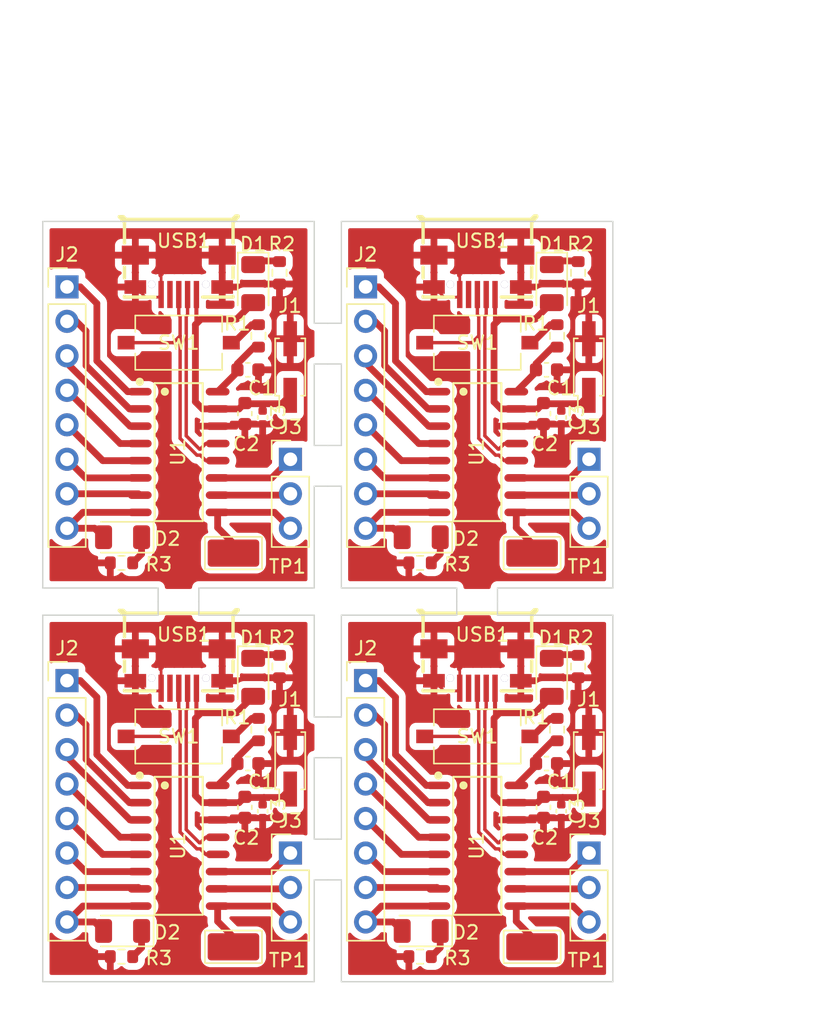
<source format=kicad_pcb>
(kicad_pcb (version 20241229) (generator "pcbnew") (generator_version "9.0")
  (layers (0 "F.Cu" signal) (2 "B.Cu" signal) (13 "F.Paste" user) (15 "B.Paste" user) (5 "F.SilkS" user "F.Silkscreen") (7 "B.SilkS" user "B.Silkscreen") (1 "F.Mask" user) (3 "B.Mask" user) (25 "Edge.Cuts" user))
  (net 0 "")
  (net 1 "Board_0-+3V3")
  (net 2 "Board_0-/1.1")
  (net 3 "Board_0-/3.0")
  (net 4 "Board_0-/3.2")
  (net 5 "Board_0-/3.4")
  (net 6 "Board_0-/D+")
  (net 7 "Board_0-/D-")
  (net 8 "Board_0-GND")
  (net 9 "Board_0-Net-(D1-K)")
  (net 10 "Board_0-Net-(D2-K)")
  (net 11 "Board_0-Net-(J2-Pin_1)")
  (net 12 "Board_0-Net-(J2-Pin_2)")
  (net 13 "Board_0-Net-(J2-Pin_3)")
  (net 14 "Board_0-Net-(J2-Pin_4)")
  (net 15 "Board_0-Net-(J2-Pin_5)")
  (net 16 "Board_0-Net-(J2-Pin_6)")
  (net 17 "Board_0-Net-(J2-Pin_7)")
  (net 18 "Board_0-Net-(SW1-B)")
  (net 19 "Board_0-VCC")
  (net 20 "Board_0-unconnected-(USB1-ID-Pad4)")
  (net 21 "Board_1-+3V3")
  (net 22 "Board_1-/1.1")
  (net 23 "Board_1-/3.0")
  (net 24 "Board_1-/3.2")
  (net 25 "Board_1-/3.4")
  (net 26 "Board_1-/D+")
  (net 27 "Board_1-/D-")
  (net 28 "Board_1-GND")
  (net 29 "Board_1-Net-(D1-K)")
  (net 30 "Board_1-Net-(D2-K)")
  (net 31 "Board_1-Net-(J2-Pin_1)")
  (net 32 "Board_1-Net-(J2-Pin_2)")
  (net 33 "Board_1-Net-(J2-Pin_3)")
  (net 34 "Board_1-Net-(J2-Pin_4)")
  (net 35 "Board_1-Net-(J2-Pin_5)")
  (net 36 "Board_1-Net-(J2-Pin_6)")
  (net 37 "Board_1-Net-(J2-Pin_7)")
  (net 38 "Board_1-Net-(SW1-B)")
  (net 39 "Board_1-VCC")
  (net 40 "Board_1-unconnected-(USB1-ID-Pad4)")
  (net 41 "Board_2-+3V3")
  (net 42 "Board_2-/1.1")
  (net 43 "Board_2-/3.0")
  (net 44 "Board_2-/3.2")
  (net 45 "Board_2-/3.4")
  (net 46 "Board_2-/D+")
  (net 47 "Board_2-/D-")
  (net 48 "Board_2-GND")
  (net 49 "Board_2-Net-(D1-K)")
  (net 50 "Board_2-Net-(D2-K)")
  (net 51 "Board_2-Net-(J2-Pin_1)")
  (net 52 "Board_2-Net-(J2-Pin_2)")
  (net 53 "Board_2-Net-(J2-Pin_3)")
  (net 54 "Board_2-Net-(J2-Pin_4)")
  (net 55 "Board_2-Net-(J2-Pin_5)")
  (net 56 "Board_2-Net-(J2-Pin_6)")
  (net 57 "Board_2-Net-(J2-Pin_7)")
  (net 58 "Board_2-Net-(SW1-B)")
  (net 59 "Board_2-VCC")
  (net 60 "Board_2-unconnected-(USB1-ID-Pad4)")
  (net 61 "Board_3-+3V3")
  (net 62 "Board_3-/1.1")
  (net 63 "Board_3-/3.0")
  (net 64 "Board_3-/3.2")
  (net 65 "Board_3-/3.4")
  (net 66 "Board_3-/D+")
  (net 67 "Board_3-/D-")
  (net 68 "Board_3-GND")
  (net 69 "Board_3-Net-(D1-K)")
  (net 70 "Board_3-Net-(D2-K)")
  (net 71 "Board_3-Net-(J2-Pin_1)")
  (net 72 "Board_3-Net-(J2-Pin_2)")
  (net 73 "Board_3-Net-(J2-Pin_3)")
  (net 74 "Board_3-Net-(J2-Pin_4)")
  (net 75 "Board_3-Net-(J2-Pin_5)")
  (net 76 "Board_3-Net-(J2-Pin_6)")
  (net 77 "Board_3-Net-(J2-Pin_7)")
  (net 78 "Board_3-Net-(SW1-B)")
  (net 79 "Board_3-VCC")
  (net 80 "Board_3-unconnected-(USB1-ID-Pad4)")
  (footprint "Resistor_SMD:R_0603_1608Metric" (layer "F.Cu") (at 150.135 93.975 90)
    (property "Reference" "R1")
    (property "Value" "10k")
  )
  (footprint "Button_Switch_SMD:SW_Tactile_SPST_NO_Straight_CK_PTS636Sx25SMTRLFS" (layer "F.Cu") (at 144.26 94.475)
    (property "Reference" "SW1")
    (property "Value" "SW_SPST")
  )
  (footprint "Connector_PinHeader_2.00mm:PinHeader_2x01_P2.00mm_Vertical_SMD" (layer "F.Cu") (at 152.475 96.27 90)
    (property "Reference" "J1")
    (property "Value" "Conn_01x02_Pin")
  )
  (footprint "TestPoint:TestPoint_Keystone_5019_Miniature" (layer "F.Cu") (at 170.295 80.975)
    (property "Reference" "TP1")
    (property "Value" "TestPoint")
  )
  (footprint "Capacitor_SMD:C_0603_1608Metric" (layer "F.Cu") (at 149.135 99.7 -90)
    (property "Reference" "C2")
    (property "Value" "100n")
  )
  (footprint "Connector_PinHeader_2.54mm:PinHeader_1x03_P2.54mm_Vertical" (layer "F.Cu") (at 152.49 74.065)
    (property "Reference" "J3")
    (property "Value" "Conn_01x03_Pin")
  )
  (footprint "mylib:SOP-16_L10.0-W3.9-P1.27-LS6.0-BL" (layer "F.Cu") (at 144.26 102.535 -90)
    (property "Reference" "U1")
    (property "Value" "CH552G")
  )
  (footprint "LED_SMD:LED_1206_3216Metric" (layer "F.Cu") (at 140.125 79.805 180)
    (property "Reference" "D2")
    (property "Value" "LED")
  )
  (footprint "Connector_PinHeader_2.54mm:PinHeader_1x08_P2.54mm_Vertical" (layer "F.Cu") (at 136.03 90.365)
    (property "Reference" "J2")
    (property "Value" "left")
  )
  (footprint "Resistor_SMD:R_0603_1608Metric" (layer "F.Cu") (at 140.045 110.695 180)
    (property "Reference" "R3")
    (property "Value" "1k")
  )
  (footprint "Resistor_SMD:R_0603_1608Metric" (layer "F.Cu") (at 140.045 81.695 180)
    (property "Reference" "R3")
    (property "Value" "1k")
  )
  (footprint "LED_SMD:LED_1206_3216Metric" (layer "F.Cu") (at 149.745 61.125 -90)
    (property "Reference" "D1")
    (property "Value" "LED")
  )
  (footprint "Resistor_SMD:R_0603_1608Metric" (layer "F.Cu") (at 173.685 60.33 -90)
    (property "Reference" "R2")
    (property "Value" "1k")
  )
  (footprint "Connector_PinHeader_2.54mm:PinHeader_1x03_P2.54mm_Vertical" (layer "F.Cu") (at 174.49 74.065)
    (property "Reference" "J3")
    (property "Value" "Conn_01x03_Pin")
  )
  (footprint "Button_Switch_SMD:SW_Tactile_SPST_NO_Straight_CK_PTS636Sx25SMTRLFS" (layer "F.Cu") (at 166.26 94.475)
    (property "Reference" "SW1")
    (property "Value" "SW_SPST")
  )
  (footprint "LED_SMD:LED_1206_3216Metric" (layer "F.Cu") (at 162.125 108.805 180)
    (property "Reference" "D2")
    (property "Value" "LED")
  )
  (footprint "TestPoint:TestPoint_Keystone_5019_Miniature" (layer "F.Cu") (at 170.295 109.975)
    (property "Reference" "TP1")
    (property "Value" "TestPoint")
  )
  (footprint "Capacitor_SMD:C_0603_1608Metric" (layer "F.Cu") (at 149.135 70.7 -90)
    (property "Reference" "C2")
    (property "Value" "100n")
  )
  (footprint "Button_Switch_SMD:SW_Tactile_SPST_NO_Straight_CK_PTS636Sx25SMTRLFS" (layer "F.Cu") (at 166.26 65.475)
    (property "Reference" "SW1")
    (property "Value" "SW_SPST")
  )
  (footprint "Resistor_SMD:R_0603_1608Metric" (layer "F.Cu") (at 172.135 93.975 90)
    (property "Reference" "R1")
    (property "Value" "10k")
  )
  (footprint "mylib:MICRO-USB-SMD_MICROQTJ-5P" (layer "F.Cu") (at 166.265 89.4775 180)
    (property "Reference" "USB1")
    (property "Value" "MICROQTJ")
  )
  (footprint "Capacitor_SMD:C_0603_1608Metric" (layer "F.Cu") (at 149.36 96.475)
    (property "Reference" "C1")
    (property "Value" "100n")
  )
  (footprint "Resistor_SMD:R_0603_1608Metric" (layer "F.Cu") (at 162.045 81.695 180)
    (property "Reference" "R3")
    (property "Value" "1k")
  )
  (footprint "LED_SMD:LED_1206_3216Metric" (layer "F.Cu") (at 171.745 61.125 -90)
    (property "Reference" "D1")
    (property "Value" "LED")
  )
  (footprint "Capacitor_SMD:C_0402_1005Metric" (layer "F.Cu") (at 172.445 70.985 -90)
    (property "Reference" "C3")
    (property "Value" "100n")
  )
  (footprint "Resistor_SMD:R_0603_1608Metric" (layer "F.Cu") (at 173.685 89.33 -90)
    (property "Reference" "R2")
    (property "Value" "1k")
  )
  (footprint "mylib:SOP-16_L10.0-W3.9-P1.27-LS6.0-BL" (layer "F.Cu") (at 166.26 73.535 -90)
    (property "Reference" "U1")
    (property "Value" "CH552G")
  )
  (footprint "mylib:SOP-16_L10.0-W3.9-P1.27-LS6.0-BL" (layer "F.Cu") (at 166.26 102.535 -90)
    (property "Reference" "U1")
    (property "Value" "CH552G")
  )
  (footprint "Capacitor_SMD:C_0402_1005Metric" (layer "F.Cu") (at 172.445 99.985 -90)
    (property "Reference" "C3")
    (property "Value" "100n")
  )
  (footprint "Resistor_SMD:R_0603_1608Metric" (layer "F.Cu") (at 150.135 64.975 90)
    (property "Reference" "R1")
    (property "Value" "10k")
  )
  (footprint "LED_SMD:LED_1206_3216Metric" (layer "F.Cu") (at 162.125 79.805 180)
    (property "Reference" "D2")
    (property "Value" "LED")
  )
  (footprint "mylib:MICRO-USB-SMD_MICROQTJ-5P" (layer "F.Cu") (at 166.265 60.4775 180)
    (property "Reference" "USB1")
    (property "Value" "MICROQTJ")
  )
  (footprint "Resistor_SMD:R_0603_1608Metric" (layer "F.Cu") (at 172.135 64.975 90)
    (property "Reference" "R1")
    (property "Value" "10k")
  )
  (footprint "Capacitor_SMD:C_0402_1005Metric" (layer "F.Cu") (at 150.445 70.985 -90)
    (property "Reference" "C3")
    (property "Value" "100n")
  )
  (footprint "TestPoint:TestPoint_Keystone_5019_Miniature" (layer "F.Cu") (at 148.295 109.975)
    (property "Reference" "TP1")
    (property "Value" "TestPoint")
  )
  (footprint "Resistor_SMD:R_0603_1608Metric" (layer "F.Cu") (at 151.685 60.33 -90)
    (property "Reference" "R2")
    (property "Value" "1k")
  )
  (footprint "Capacitor_SMD:C_0603_1608Metric" (layer "F.Cu") (at 149.36 67.475)
    (property "Reference" "C1")
    (property "Value" "100n")
  )
  (footprint "Connector_PinHeader_2.54mm:PinHeader_1x03_P2.54mm_Vertical" (layer "F.Cu") (at 174.49 103.065)
    (property "Reference" "J3")
    (property "Value" "Conn_01x03_Pin")
  )
  (footprint "LED_SMD:LED_1206_3216Metric" (layer "F.Cu") (at 171.745 90.125 -90)
    (property "Reference" "D1")
    (property "Value" "LED")
  )
  (footprint "mylib:MICRO-USB-SMD_MICROQTJ-5P" (layer "F.Cu") (at 144.265 60.4775 180)
    (property "Reference" "USB1")
    (property "Value" "MICROQTJ")
  )
  (footprint "mylib:SOP-16_L10.0-W3.9-P1.27-LS6.0-BL" (layer "F.Cu") (at 144.26 73.535 -90)
    (property "Reference" "U1")
    (property "Value" "CH552G")
  )
  (footprint "Connector_PinHeader_2.00mm:PinHeader_2x01_P2.00mm_Vertical_SMD" (layer "F.Cu") (at 152.475 67.27 90)
    (property "Reference" "J1")
    (property "Value" "Conn_01x02_Pin")
  )
  (footprint "Capacitor_SMD:C_0603_1608Metric" (layer "F.Cu") (at 171.135 99.7 -90)
    (property "Reference" "C2")
    (property "Value" "100n")
  )
  (footprint "Capacitor_SMD:C_0603_1608Metric" (layer "F.Cu") (at 171.135 70.7 -90)
    (property "Reference" "C2")
    (property "Value" "100n")
  )
  (footprint "Connector_PinHeader_2.54mm:PinHeader_1x08_P2.54mm_Vertical" (layer "F.Cu") (at 136.03 61.365)
    (property "Reference" "J2")
    (property "Value" "left")
  )
  (footprint "TestPoint:TestPoint_Keystone_5019_Miniature" (layer "F.Cu") (at 148.295 80.975)
    (property "Reference" "TP1")
    (property "Value" "TestPoint")
  )
  (footprint "Resistor_SMD:R_0603_1608Metric" (layer "F.Cu") (at 151.685 89.33 -90)
    (property "Reference" "R2")
    (property "Value" "1k")
  )
  (footprint "Connector_PinHeader_2.54mm:PinHeader_1x03_P2.54mm_Vertical" (layer "F.Cu") (at 152.49 103.065)
    (property "Reference" "J3")
    (property "Value" "Conn_01x03_Pin")
  )
  (footprint "Connector_PinHeader_2.00mm:PinHeader_2x01_P2.00mm_Vertical_SMD" (layer "F.Cu") (at 174.475 67.27 90)
    (property "Reference" "J1")
    (property "Value" "Conn_01x02_Pin")
  )
  (footprint "Capacitor_SMD:C_0402_1005Metric" (layer "F.Cu") (at 150.445 99.985 -90)
    (property "Reference" "C3")
    (property "Value" "100n")
  )
  (footprint "Connector_PinHeader_2.54mm:PinHeader_1x08_P2.54mm_Vertical" (layer "F.Cu") (at 158.03 61.365)
    (property "Reference" "J2")
    (property "Value" "left")
  )
  (footprint "Button_Switch_SMD:SW_Tactile_SPST_NO_Straight_CK_PTS636Sx25SMTRLFS" (layer "F.Cu") (at 144.26 65.475)
    (property "Reference" "SW1")
    (property "Value" "SW_SPST")
  )
  (footprint "Connector_PinHeader_2.54mm:PinHeader_1x08_P2.54mm_Vertical" (layer "F.Cu") (at 158.03 90.365)
    (property "Reference" "J2")
    (property "Value" "left")
  )
  (footprint "LED_SMD:LED_1206_3216Metric" (layer "F.Cu") (at 149.745 90.125 -90)
    (property "Reference" "D1")
    (property "Value" "LED")
  )
  (footprint "LED_SMD:LED_1206_3216Metric" (layer "F.Cu") (at 140.125 108.805 180)
    (property "Reference" "D2")
    (property "Value" "LED")
  )
  (footprint "Connector_PinHeader_2.00mm:PinHeader_2x01_P2.00mm_Vertical_SMD" (layer "F.Cu") (at 174.475 96.27 90)
    (property "Reference" "J1")
    (property "Value" "Conn_01x02_Pin")
  )
  (footprint "Capacitor_SMD:C_0603_1608Metric" (layer "F.Cu") (at 171.36 96.475)
    (property "Reference" "C1")
    (property "Value" "100n")
  )
  (footprint "mylib:MICRO-USB-SMD_MICROQTJ-5P" (layer "F.Cu") (at 144.265 89.4775 180)
    (property "Reference" "USB1")
    (property "Value" "MICROQTJ")
  )
  (footprint "Resistor_SMD:R_0603_1608Metric" (layer "F.Cu") (at 162.045 110.695 180)
    (property "Reference" "R3")
    (property "Value" "1k")
  )
  (footprint "Capacitor_SMD:C_0603_1608Metric" (layer "F.Cu") (at 171.36 67.475)
    (property "Reference" "C1")
    (property "Value" "100n")
  )
  (gr_line (start 156.245 76.045) (end 156.245 83.545) (stroke (width 0.1)) (layer "Edge.Cuts"))
  (gr_line (start 134.245 85.545) (end 134.245 112.545) (stroke (width 0.1)) (layer "Edge.Cuts"))
  (gr_line (start 156.245 64.045) (end 155.246 64.045) (stroke (width 0.1)) (layer "Edge.Cuts"))
  (gr_line (start 155.244 105.045) (end 155.246 105.045) (stroke (width 0.1)) (layer "Edge.Cuts"))
  (gr_line (start 145.745 84.5445) (end 145.745 83.545) (stroke (width 0.1)) (layer "Edge.Cuts"))
  (gr_line (start 156.245 56.545) (end 156.245 64.045) (stroke (width 0.1)) (layer "Edge.Cuts"))
  (gr_line (start 155.244 64.045) (end 154.245 64.045) (stroke (width 0.1)) (layer "Edge.Cuts"))
  (gr_line (start 156.245 112.545) (end 176.245 112.545) (stroke (width 0.1)) (layer "Edge.Cuts"))
  (gr_line (start 154.245 112.545) (end 154.245 105.045) (stroke (width 0.1)) (layer "Edge.Cuts"))
  (gr_line (start 145.745 83.545) (end 154.245 83.545) (stroke (width 0.1)) (layer "Edge.Cuts"))
  (gr_line (start 164.745 85.545) (end 156.245 85.545) (stroke (width 0.1)) (layer "Edge.Cuts"))
  (gr_line (start 176.245 112.545) (end 176.245 85.545) (stroke (width 0.1)) (layer "Edge.Cuts"))
  (gr_line (start 154.245 64.045) (end 154.245 56.545) (stroke (width 0.1)) (layer "Edge.Cuts"))
  (gr_line (start 155.246 73.045) (end 155.244 73.045) (stroke (width 0.1)) (layer "Edge.Cuts"))
  (gr_line (start 156.245 96.045) (end 156.245 102.045) (stroke (width 0.1)) (layer "Edge.Cuts"))
  (gr_line (start 154.245 83.545) (end 154.245 76.045) (stroke (width 0.1)) (layer "Edge.Cuts"))
  (gr_line (start 156.245 93.045) (end 155.246 93.045) (stroke (width 0.1)) (layer "Edge.Cuts"))
  (gr_line (start 154.245 85.545) (end 145.745 85.545) (stroke (width 0.1)) (layer "Edge.Cuts"))
  (gr_line (start 155.244 102.045) (end 154.245 102.045) (stroke (width 0.1)) (layer "Edge.Cuts"))
  (gr_line (start 156.245 105.045) (end 156.245 112.545) (stroke (width 0.1)) (layer "Edge.Cuts"))
  (gr_line (start 155.246 102.045) (end 155.244 102.045) (stroke (width 0.1)) (layer "Edge.Cuts"))
  (gr_line (start 156.245 73.045) (end 155.246 73.045) (stroke (width 0.1)) (layer "Edge.Cuts"))
  (gr_line (start 167.745 84.5465) (end 167.745 84.5445) (stroke (width 0.1)) (layer "Edge.Cuts"))
  (gr_line (start 154.245 93.045) (end 154.245 85.545) (stroke (width 0.1)) (layer "Edge.Cuts"))
  (gr_line (start 155.244 67.045) (end 155.246 67.045) (stroke (width 0.1)) (layer "Edge.Cuts"))
  (gr_line (start 167.745 85.545) (end 167.745 84.5465) (stroke (width 0.1)) (layer "Edge.Cuts"))
  (gr_line (start 155.246 93.045) (end 155.244 93.045) (stroke (width 0.1)) (layer "Edge.Cuts"))
  (gr_line (start 134.245 83.545) (end 142.745 83.545) (stroke (width 0.1)) (layer "Edge.Cuts"))
  (gr_line (start 155.246 105.045) (end 156.245 105.045) (stroke (width 0.1)) (layer "Edge.Cuts"))
  (gr_line (start 164.745 84.5465) (end 164.745 85.545) (stroke (width 0.1)) (layer "Edge.Cuts"))
  (gr_line (start 167.745 84.5445) (end 167.745 83.545) (stroke (width 0.1)) (layer "Edge.Cuts"))
  (gr_line (start 142.745 83.545) (end 142.745 84.5445) (stroke (width 0.1)) (layer "Edge.Cuts"))
  (gr_line (start 154.245 105.045) (end 155.244 105.045) (stroke (width 0.1)) (layer "Edge.Cuts"))
  (gr_line (start 176.245 56.545) (end 156.245 56.545) (stroke (width 0.1)) (layer "Edge.Cuts"))
  (gr_line (start 164.745 83.545) (end 164.745 84.5445) (stroke (width 0.1)) (layer "Edge.Cuts"))
  (gr_line (start 167.745 83.545) (end 176.245 83.545) (stroke (width 0.1)) (layer "Edge.Cuts"))
  (gr_line (start 154.245 67.045) (end 155.244 67.045) (stroke (width 0.1)) (layer "Edge.Cuts"))
  (gr_line (start 154.245 56.545) (end 134.245 56.545) (stroke (width 0.1)) (layer "Edge.Cuts"))
  (gr_line (start 176.245 83.545) (end 176.245 56.545) (stroke (width 0.1)) (layer "Edge.Cuts"))
  (gr_line (start 154.245 96.045) (end 155.244 96.045) (stroke (width 0.1)) (layer "Edge.Cuts"))
  (gr_line (start 155.244 73.045) (end 154.245 73.045) (stroke (width 0.1)) (layer "Edge.Cuts"))
  (gr_line (start 134.245 112.545) (end 154.245 112.545) (stroke (width 0.1)) (layer "Edge.Cuts"))
  (gr_line (start 134.245 56.545) (end 134.245 83.545) (stroke (width 0.1)) (layer "Edge.Cuts"))
  (gr_line (start 156.245 102.045) (end 155.246 102.045) (stroke (width 0.1)) (layer "Edge.Cuts"))
  (gr_line (start 155.244 96.045) (end 155.246 96.045) (stroke (width 0.1)) (layer "Edge.Cuts"))
  (gr_line (start 145.745 85.545) (end 145.745 84.5465) (stroke (width 0.1)) (layer "Edge.Cuts"))
  (gr_line (start 164.745 84.5445) (end 164.745 84.5465) (stroke (width 0.1)) (layer "Edge.Cuts"))
  (gr_line (start 154.245 102.045) (end 154.245 96.045) (stroke (width 0.1)) (layer "Edge.Cuts"))
  (gr_line (start 155.246 76.045) (end 156.245 76.045) (stroke (width 0.1)) (layer "Edge.Cuts"))
  (gr_line (start 155.244 93.045) (end 154.245 93.045) (stroke (width 0.1)) (layer "Edge.Cuts"))
  (gr_line (start 156.245 67.045) (end 156.245 73.045) (stroke (width 0.1)) (layer "Edge.Cuts"))
  (gr_line (start 155.246 96.045) (end 156.245 96.045) (stroke (width 0.1)) (layer "Edge.Cuts"))
  (gr_line (start 145.745 84.5465) (end 145.745 84.5445) (stroke (width 0.1)) (layer "Edge.Cuts"))
  (gr_line (start 156.245 83.545) (end 164.745 83.545) (stroke (width 0.1)) (layer "Edge.Cuts"))
  (gr_line (start 156.245 85.545) (end 156.245 93.045) (stroke (width 0.1)) (layer "Edge.Cuts"))
  (gr_line (start 142.745 84.5445) (end 142.745 84.5465) (stroke (width 0.1)) (layer "Edge.Cuts"))
  (gr_line (start 155.244 76.045) (end 155.246 76.045) (stroke (width 0.1)) (layer "Edge.Cuts"))
  (gr_line (start 176.245 85.545) (end 167.745 85.545) (stroke (width 0.1)) (layer "Edge.Cuts"))
  (gr_line (start 155.246 64.045) (end 155.244 64.045) (stroke (width 0.1)) (layer "Edge.Cuts"))
  (gr_line (start 142.745 85.545) (end 134.245 85.545) (stroke (width 0.1)) (layer "Edge.Cuts"))
  (gr_line (start 154.245 73.045) (end 154.245 67.045) (stroke (width 0.1)) (layer "Edge.Cuts"))
  (gr_line (start 154.245 76.045) (end 155.244 76.045) (stroke (width 0.1)) (layer "Edge.Cuts"))
  (gr_line (start 142.745 84.5465) (end 142.745 85.545) (stroke (width 0.1)) (layer "Edge.Cuts"))
  (gr_line (start 155.246 67.045) (end 156.245 67.045) (stroke (width 0.1)) (layer "Edge.Cuts"))
  (segment (start 148.585 67.63) (end 148.585 67.475) (width 0.5) (layer "F.Cu") (net 1))
  (segment (start 148.585 67.025) (end 148.585 67.475) (width 0.5) (layer "F.Cu") (net 1))
  (segment (start 150.135 65.8) (end 149.81 65.8) (width 0.5) (layer "F.Cu") (net 1))
  (segment (start 149.81 65.8) (end 148.585 67.025) (width 0.5) (layer "F.Cu") (net 1))
  (segment (start 147.13 69.085) (end 148.585 67.63) (width 0.5) (layer "F.Cu") (net 1))
  (segment (start 148.295 80.975) (end 148.295 80.265) (width 0.5) (layer "F.Cu") (net 2))
  (segment (start 147.13 79.1) (end 147.13 77.975) (width 0.5) (layer "F.Cu") (net 2))
  (segment (start 147.13 77.975) (end 151.32 77.975) (width 0.5) (layer "F.Cu") (net 2))
  (segment (start 148.295 80.265) (end 147.13 79.1) (width 0.5) (layer "F.Cu") (net 2))
  (segment (start 151.32 77.975) (end 152.49 79.145) (width 0.5) (layer "F.Cu") (net 2))
  (segment (start 137.2 77.975) (end 141.39 77.975) (width 0.5) (layer "F.Cu") (net 3))
  (segment (start 136.03 79.145) (end 137.2 77.975) (width 0.5) (layer "F.Cu") (net 3))
  (segment (start 138.065 79.145) (end 138.725 79.805) (width 0.5) (layer "F.Cu") (net 3))
  (segment (start 136.03 79.145) (end 138.065 79.145) (width 0.5) (layer "F.Cu") (net 3))
  (segment (start 152.39 76.705) (end 152.49 76.605) (width 0.5) (layer "F.Cu") (net 4))
  (segment (start 147.13 76.705) (end 152.39 76.705) (width 0.5) (layer "F.Cu") (net 4))
  (segment (start 151.12 75.435) (end 152.49 74.065) (width 0.5) (layer "F.Cu") (net 5))
  (segment (start 147.13 75.435) (end 151.12 75.435) (width 0.5) (layer "F.Cu") (net 5))
  (segment (start 144.265 63.427501) (end 144.265 61.9275) (width 0.25) (layer "F.Cu") (net 6))
  (segment (start 145.601802 73.76) (end 144.365 72.523198) (width 0.25) (layer "F.Cu") (net 6))
  (segment (start 147.13 74.165) (end 146.255 74.165) (width 0.25) (layer "F.Cu") (net 6))
  (segment (start 143.865 65.475) (end 144.365 64.975) (width 0.25) (layer "F.Cu") (net 6))
  (segment (start 145.85 73.76) (end 145.601802 73.76) (width 0.25) (layer "F.Cu") (net 6))
  (segment (start 140.385 65.475) (end 143.865 65.475) (width 0.25) (layer "F.Cu") (net 6))
  (segment (start 146.255 74.165) (end 145.85 73.76) (width 0.25) (layer "F.Cu") (net 6))
  (segment (start 144.365 72.523198) (end 144.365 64.975) (width 0.25) (layer "F.Cu") (net 6))
  (segment (start 144.365 63.527501) (end 144.265 63.427501) (width 0.25) (layer "F.Cu") (net 6))
  (segment (start 144.365 64.975) (end 144.365 63.527501) (width 0.25) (layer "F.Cu") (net 6))
  (segment (start 144.915 63.427501) (end 144.915 61.9275) (width 0.25) (layer "F.Cu") (net 7))
  (segment (start 145.788198 73.31) (end 144.815 72.336802) (width 0.25) (layer "F.Cu") (net 7))
  (segment (start 146.255 72.905) (end 145.85 73.31) (width 0.25) (layer "F.Cu") (net 7))
  (segment (start 147.13 72.905) (end 146.255 72.905) (width 0.25) (layer "F.Cu") (net 7))
  (segment (start 145.85 73.31) (end 145.788198 73.31) (width 0.25) (layer "F.Cu") (net 7))
  (segment (start 144.815 72.336802) (end 144.815 63.527501) (width 0.25) (layer "F.Cu") (net 7))
  (segment (start 144.815 63.527501) (end 144.915 63.427501) (width 0.25) (layer "F.Cu") (net 7))
  (segment (start 141.8125 62.125) (end 141.065 61.3775) (width 0.2) (layer "F.Cu") (net 8))
  (segment (start 142.3975 59.0275) (end 141.065 59.0275) (width 0.2) (layer "F.Cu") (net 8))
  (segment (start 142.965 61.9275) (end 142.7675 62.125) (width 0.2) (layer "F.Cu") (net 8))
  (segment (start 142.7675 62.125) (end 141.8125 62.125) (width 0.2) (layer "F.Cu") (net 8))
  (segment (start 142.965 61.9275) (end 142.965 59.595) (width 0.2) (layer "F.Cu") (net 8))
  (segment (start 142.965 59.595) (end 142.3975 59.0275) (width 0.2) (layer "F.Cu") (net 8))
  (segment (start 149.745 59.725) (end 150.015 59.455) (width 0.5) (layer "F.Cu") (net 9))
  (segment (start 150.015 59.455) (end 151.575 59.455) (width 0.5) (layer "F.Cu") (net 9))
  (segment (start 151.575 59.455) (end 151.625 59.405) (width 0.5) (layer "F.Cu") (net 9))
  (segment (start 141.525 81.04) (end 140.87 81.695) (width 0.5) (layer "F.Cu") (net 10))
  (segment (start 141.525 79.805) (end 141.525 81.04) (width 0.5) (layer "F.Cu") (net 10))
  (segment (start 140.505 69.085) (end 138.232 66.812) (width 0.5) (layer "F.Cu") (net 11))
  (segment (start 141.39 69.085) (end 140.505 69.085) (width 0.5) (layer "F.Cu") (net 11))
  (segment (start 137.007376 61.365) (end 136.03 61.365) (width 0.5) (layer "F.Cu") (net 11))
  (segment (start 138.232 66.812) (end 138.232 62.589624) (width 0.5) (layer "F.Cu") (net 11))
  (segment (start 138.232 62.589624) (end 137.007376 61.365) (width 0.5) (layer "F.Cu") (net 11))
  (segment (start 141.39 70.355) (end 140.632843 70.355) (width 0.5) (layer "F.Cu") (net 12))
  (segment (start 136.715 63.905) (end 136.03 63.905) (width 0.5) (layer "F.Cu") (net 12))
  (segment (start 137.431 67.153157) (end 137.431 64.621) (width 0.5) (layer "F.Cu") (net 12))
  (segment (start 137.431 64.621) (end 136.715 63.905) (width 0.5) (layer "F.Cu") (net 12))
  (segment (start 140.632843 70.355) (end 137.431 67.153157) (width 0.5) (layer "F.Cu") (net 12))
  (segment (start 140.675 71.625) (end 136.03 66.98) (width 0.5) (layer "F.Cu") (net 13))
  (segment (start 141.39 71.625) (end 140.675 71.625) (width 0.5) (layer "F.Cu") (net 13))
  (segment (start 136.03 66.98) (end 136.03 66.445) (width 0.5) (layer "F.Cu") (net 13))
  (segment (start 139.95 72.905) (end 136.03 68.985) (width 0.5) (layer "F.Cu") (net 14))
  (segment (start 141.39 72.905) (end 139.95 72.905) (width 0.5) (layer "F.Cu") (net 14))
  (segment (start 141.39 74.165) (end 138.67 74.165) (width 0.5) (layer "F.Cu") (net 15))
  (segment (start 138.67 74.165) (end 136.03 71.525) (width 0.5) (layer "F.Cu") (net 15))
  (segment (start 141.39 75.435) (end 137.4 75.435) (width 0.5) (layer "F.Cu") (net 16))
  (segment (start 137.4 75.435) (end 136.03 74.065) (width 0.5) (layer "F.Cu") (net 16))
  (segment (start 136.03 76.605) (end 141.29 76.605) (width 0.5) (layer "F.Cu") (net 17))
  (segment (start 141.29 76.605) (end 141.39 76.705) (width 0.5) (layer "F.Cu") (net 17))
  (segment (start 148.135 65.475) (end 148.325 65.475) (width 0.5) (layer "F.Cu") (net 18))
  (segment (start 149.65 64.15) (end 150.135 64.15) (width 0.5) (layer "F.Cu") (net 18))
  (segment (start 148.325 65.475) (end 149.65 64.15) (width 0.5) (layer "F.Cu") (net 18))
  (segment (start 146.015 70.355) (end 145.491 69.831) (width 0.5) (layer "F.Cu") (net 19))
  (segment (start 150.545 69.975) (end 149.185 69.975) (width 0.5) (layer "F.Cu") (net 19))
  (segment (start 147.13 70.355) (end 146.015 70.355) (width 0.5) (layer "F.Cu") (net 19))
  (segment (start 145.565 61.9275) (end 145.565 64.076) (width 0.3) (layer "F.Cu") (net 19))
  (segment (start 147.13 70.355) (end 148.705 70.355) (width 0.5) (layer "F.Cu") (net 19))
  (segment (start 150.445 70.075) (end 150.545 69.975) (width 0.5) (layer "F.Cu") (net 19))
  (segment (start 145.906 63.735) (end 148.535 63.735) (width 0.5) (layer "F.Cu") (net 19))
  (segment (start 145.491 69.831) (end 145.491 64.15) (width 0.5) (layer "F.Cu") (net 19))
  (segment (start 148.535 63.735) (end 149.745 62.525) (width 0.5) (layer "F.Cu") (net 19))
  (segment (start 145.565 64.076) (end 145.491 64.15) (width 0.3) (layer "F.Cu") (net 19))
  (segment (start 145.491 64.15) (end 145.906 63.735) (width 0.5) (layer "F.Cu") (net 19))
  (segment (start 150.445 70.505) (end 150.445 70.075) (width 0.5) (layer "F.Cu") (net 19))
  (segment (start 151.855 69.975) (end 150.545 69.975) (width 0.5) (layer "F.Cu") (net 19))
  (segment (start 152.475 69.355) (end 151.855 69.975) (width 0.5) (layer "F.Cu") (net 19))
  (segment (start 149.185 69.975) (end 149.135 69.925) (width 0.5) (layer "F.Cu") (net 19))
  (segment (start 148.705 70.355) (end 149.135 69.925) (width 0.5) (layer "F.Cu") (net 19))
  (segment (start 170.585 67.63) (end 170.585 67.475) (width 0.5) (layer "F.Cu") (net 21))
  (segment (start 172.135 65.8) (end 171.81 65.8) (width 0.5) (layer "F.Cu") (net 21))
  (segment (start 169.13 69.085) (end 170.585 67.63) (width 0.5) (layer "F.Cu") (net 21))
  (segment (start 171.81 65.8) (end 170.585 67.025) (width 0.5) (layer "F.Cu") (net 21))
  (segment (start 170.585 67.025) (end 170.585 67.475) (width 0.5) (layer "F.Cu") (net 21))
  (segment (start 169.13 77.975) (end 173.32 77.975) (width 0.5) (layer "F.Cu") (net 22))
  (segment (start 169.13 79.1) (end 169.13 77.975) (width 0.5) (layer "F.Cu") (net 22))
  (segment (start 170.295 80.975) (end 170.295 80.265) (width 0.5) (layer "F.Cu") (net 22))
  (segment (start 173.32 77.975) (end 174.49 79.145) (width 0.5) (layer "F.Cu") (net 22))
  (segment (start 170.295 80.265) (end 169.13 79.1) (width 0.5) (layer "F.Cu") (net 22))
  (segment (start 160.065 79.145) (end 160.725 79.805) (width 0.5) (layer "F.Cu") (net 23))
  (segment (start 159.2 77.975) (end 163.39 77.975) (width 0.5) (layer "F.Cu") (net 23))
  (segment (start 158.03 79.145) (end 160.065 79.145) (width 0.5) (layer "F.Cu") (net 23))
  (segment (start 158.03 79.145) (end 159.2 77.975) (width 0.5) (layer "F.Cu") (net 23))
  (segment (start 169.13 76.705) (end 174.39 76.705) (width 0.5) (layer "F.Cu") (net 24))
  (segment (start 174.39 76.705) (end 174.49 76.605) (width 0.5) (layer "F.Cu") (net 24))
  (segment (start 169.13 75.435) (end 173.12 75.435) (width 0.5) (layer "F.Cu") (net 25))
  (segment (start 173.12 75.435) (end 174.49 74.065) (width 0.5) (layer "F.Cu") (net 25))
  (segment (start 166.365 72.523198) (end 166.365 64.975) (width 0.25) (layer "F.Cu") (net 26))
  (segment (start 166.365 64.975) (end 166.365 63.527501) (width 0.25) (layer "F.Cu") (net 26))
  (segment (start 167.85 73.76) (end 167.601802 73.76) (width 0.25) (layer "F.Cu") (net 26))
  (segment (start 165.865 65.475) (end 166.365 64.975) (width 0.25) (layer "F.Cu") (net 26))
  (segment (start 166.265 63.427501) (end 166.265 61.9275) (width 0.25) (layer "F.Cu") (net 26))
  (segment (start 166.365 63.527501) (end 166.265 63.427501) (width 0.25) (layer "F.Cu") (net 26))
  (segment (start 169.13 74.165) (end 168.255 74.165) (width 0.25) (layer "F.Cu") (net 26))
  (segment (start 167.601802 73.76) (end 166.365 72.523198) (width 0.25) (layer "F.Cu") (net 26))
  (segment (start 168.255 74.165) (end 167.85 73.76) (width 0.25) (layer "F.Cu") (net 26))
  (segment (start 162.385 65.475) (end 165.865 65.475) (width 0.25) (layer "F.Cu") (net 26))
  (segment (start 167.85 73.31) (end 167.788198 73.31) (width 0.25) (layer "F.Cu") (net 27))
  (segment (start 166.815 72.336802) (end 166.815 63.527501) (width 0.25) (layer "F.Cu") (net 27))
  (segment (start 167.788198 73.31) (end 166.815 72.336802) (width 0.25) (layer "F.Cu") (net 27))
  (segment (start 169.13 72.905) (end 168.255 72.905) (width 0.25) (layer "F.Cu") (net 27))
  (segment (start 166.915 63.427501) (end 166.915 61.9275) (width 0.25) (layer "F.Cu") (net 27))
  (segment (start 168.255 72.905) (end 167.85 73.31) (width 0.25) (layer "F.Cu") (net 27))
  (segment (start 166.815 63.527501) (end 166.915 63.427501) (width 0.25) (layer "F.Cu") (net 27))
  (segment (start 164.7675 62.125) (end 163.8125 62.125) (width 0.2) (layer "F.Cu") (net 28))
  (segment (start 163.8125 62.125) (end 163.065 61.3775) (width 0.2) (layer "F.Cu") (net 28))
  (segment (start 164.3975 59.0275) (end 163.065 59.0275) (width 0.2) (layer "F.Cu") (net 28))
  (segment (start 164.965 59.595) (end 164.3975 59.0275) (width 0.2) (layer "F.Cu") (net 28))
  (segment (start 164.965 61.9275) (end 164.965 59.595) (width 0.2) (layer "F.Cu") (net 28))
  (segment (start 164.965 61.9275) (end 164.7675 62.125) (width 0.2) (layer "F.Cu") (net 28))
  (segment (start 171.745 59.725) (end 172.015 59.455) (width 0.5) (layer "F.Cu") (net 29))
  (segment (start 173.575 59.455) (end 173.625 59.405) (width 0.5) (layer "F.Cu") (net 29))
  (segment (start 172.015 59.455) (end 173.575 59.455) (width 0.5) (layer "F.Cu") (net 29))
  (segment (start 163.525 79.805) (end 163.525 81.04) (width 0.5) (layer "F.Cu") (net 30))
  (segment (start 163.525 81.04) (end 162.87 81.695) (width 0.5) (layer "F.Cu") (net 30))
  (segment (start 160.232 66.812) (end 160.232 62.589624) (width 0.5) (layer "F.Cu") (net 31))
  (segment (start 163.39 69.085) (end 162.505 69.085) (width 0.5) (layer "F.Cu") (net 31))
  (segment (start 159.007376 61.365) (end 158.03 61.365) (width 0.5) (layer "F.Cu") (net 31))
  (segment (start 160.232 62.589624) (end 159.007376 61.365) (width 0.5) (layer "F.Cu") (net 31))
  (segment (start 162.505 69.085) (end 160.232 66.812) (width 0.5) (layer "F.Cu") (net 31))
  (segment (start 162.632843 70.355) (end 159.431 67.153157) (width 0.5) (layer "F.Cu") (net 32))
  (segment (start 159.431 67.153157) (end 159.431 64.621) (width 0.5) (layer "F.Cu") (net 32))
  (segment (start 163.39 70.355) (end 162.632843 70.355) (width 0.5) (layer "F.Cu") (net 32))
  (segment (start 159.431 64.621) (end 158.715 63.905) (width 0.5) (layer "F.Cu") (net 32))
  (segment (start 158.715 63.905) (end 158.03 63.905) (width 0.5) (layer "F.Cu") (net 32))
  (segment (start 163.39 71.625) (end 162.675 71.625) (width 0.5) (layer "F.Cu") (net 33))
  (segment (start 158.03 66.98) (end 158.03 66.445) (width 0.5) (layer "F.Cu") (net 33))
  (segment (start 162.675 71.625) (end 158.03 66.98) (width 0.5) (layer "F.Cu") (net 33))
  (segment (start 161.95 72.905) (end 158.03 68.985) (width 0.5) (layer "F.Cu") (net 34))
  (segment (start 163.39 72.905) (end 161.95 72.905) (width 0.5) (layer "F.Cu") (net 34))
  (segment (start 163.39 74.165) (end 160.67 74.165) (width 0.5) (layer "F.Cu") (net 35))
  (segment (start 160.67 74.165) (end 158.03 71.525) (width 0.5) (layer "F.Cu") (net 35))
  (segment (start 163.39 75.435) (end 159.4 75.435) (width 0.5) (layer "F.Cu") (net 36))
  (segment (start 159.4 75.435) (end 158.03 74.065) (width 0.5) (layer "F.Cu") (net 36))
  (segment (start 158.03 76.605) (end 163.29 76.605) (width 0.5) (layer "F.Cu") (net 37))
  (segment (start 163.29 76.605) (end 163.39 76.705) (width 0.5) (layer "F.Cu") (net 37))
  (segment (start 170.325 65.475) (end 171.65 64.15) (width 0.5) (layer "F.Cu") (net 38))
  (segment (start 171.65 64.15) (end 172.135 64.15) (width 0.5) (layer "F.Cu") (net 38))
  (segment (start 170.135 65.475) (end 170.325 65.475) (width 0.5) (layer "F.Cu") (net 38))
  (segment (start 167.565 61.9275) (end 167.565 64.076) (width 0.3) (layer "F.Cu") (net 39))
  (segment (start 172.445 70.505) (end 172.445 70.075) (width 0.5) (layer "F.Cu") (net 39))
  (segment (start 174.475 69.355) (end 173.855 69.975) (width 0.5) (layer "F.Cu") (net 39))
  (segment (start 172.545 69.975) (end 171.185 69.975) (width 0.5) (layer "F.Cu") (net 39))
  (segment (start 167.491 64.15) (end 167.906 63.735) (width 0.5) (layer "F.Cu") (net 39))
  (segment (start 167.491 69.831) (end 167.491 64.15) (width 0.5) (layer "F.Cu") (net 39))
  (segment (start 170.705 70.355) (end 171.135 69.925) (width 0.5) (layer "F.Cu") (net 39))
  (segment (start 169.13 70.355) (end 168.015 70.355) (width 0.5) (layer "F.Cu") (net 39))
  (segment (start 167.565 64.076) (end 167.491 64.15) (width 0.3) (layer "F.Cu") (net 39))
  (segment (start 169.13 70.355) (end 170.705 70.355) (width 0.5) (layer "F.Cu") (net 39))
  (segment (start 171.185 69.975) (end 171.135 69.925) (width 0.5) (layer "F.Cu") (net 39))
  (segment (start 168.015 70.355) (end 167.491 69.831) (width 0.5) (layer "F.Cu") (net 39))
  (segment (start 173.855 69.975) (end 172.545 69.975) (width 0.5) (layer "F.Cu") (net 39))
  (segment (start 172.445 70.075) (end 172.545 69.975) (width 0.5) (layer "F.Cu") (net 39))
  (segment (start 167.906 63.735) (end 170.535 63.735) (width 0.5) (layer "F.Cu") (net 39))
  (segment (start 170.535 63.735) (end 171.745 62.525) (width 0.5) (layer "F.Cu") (net 39))
  (segment (start 148.585 96.63) (end 148.585 96.475) (width 0.5) (layer "F.Cu") (net 41))
  (segment (start 148.585 96.025) (end 148.585 96.475) (width 0.5) (layer "F.Cu") (net 41))
  (segment (start 149.81 94.8) (end 148.585 96.025) (width 0.5) (layer "F.Cu") (net 41))
  (segment (start 150.135 94.8) (end 149.81 94.8) (width 0.5) (layer "F.Cu") (net 41))
  (segment (start 147.13 98.085) (end 148.585 96.63) (width 0.5) (layer "F.Cu") (net 41))
  (segment (start 148.295 109.265) (end 147.13 108.1) (width 0.5) (layer "F.Cu") (net 42))
  (segment (start 147.13 108.1) (end 147.13 106.975) (width 0.5) (layer "F.Cu") (net 42))
  (segment (start 151.32 106.975) (end 152.49 108.145) (width 0.5) (layer "F.Cu") (net 42))
  (segment (start 147.13 106.975) (end 151.32 106.975) (width 0.5) (layer "F.Cu") (net 42))
  (segment (start 148.295 109.975) (end 148.295 109.265) (width 0.5) (layer "F.Cu") (net 42))
  (segment (start 138.065 108.145) (end 138.725 108.805) (width 0.5) (layer "F.Cu") (net 43))
  (segment (start 136.03 108.145) (end 138.065 108.145) (width 0.5) (layer "F.Cu") (net 43))
  (segment (start 136.03 108.145) (end 137.2 106.975) (width 0.5) (layer "F.Cu") (net 43))
  (segment (start 137.2 106.975) (end 141.39 106.975) (width 0.5) (layer "F.Cu") (net 43))
  (segment (start 147.13 105.705) (end 152.39 105.705) (width 0.5) (layer "F.Cu") (net 44))
  (segment (start 152.39 105.705) (end 152.49 105.605) (width 0.5) (layer "F.Cu") (net 44))
  (segment (start 147.13 104.435) (end 151.12 104.435) (width 0.5) (layer "F.Cu") (net 45))
  (segment (start 151.12 104.435) (end 152.49 103.065) (width 0.5) (layer "F.Cu") (net 45))
  (segment (start 145.85 102.76) (end 145.601802 102.76) (width 0.25) (layer "F.Cu") (net 46))
  (segment (start 144.365 92.527501) (end 144.265 92.427501) (width 0.25) (layer "F.Cu") (net 46))
  (segment (start 144.365 101.523198) (end 144.365 93.975) (width 0.25) (layer "F.Cu") (net 46))
  (segment (start 143.865 94.475) (end 144.365 93.975) (width 0.25) (layer "F.Cu") (net 46))
  (segment (start 145.601802 102.76) (end 144.365 101.523198) (width 0.25) (layer "F.Cu") (net 46))
  (segment (start 146.255 103.165) (end 145.85 102.76) (width 0.25) (layer "F.Cu") (net 46))
  (segment (start 144.365 93.975) (end 144.365 92.527501) (width 0.25) (layer "F.Cu") (net 46))
  (segment (start 147.13 103.165) (end 146.255 103.165) (width 0.25) (layer "F.Cu") (net 46))
  (segment (start 144.265 92.427501) (end 144.265 90.9275) (width 0.25) (layer "F.Cu") (net 46))
  (segment (start 140.385 94.475) (end 143.865 94.475) (width 0.25) (layer "F.Cu") (net 46))
  (segment (start 144.915 92.427501) (end 144.915 90.9275) (width 0.25) (layer "F.Cu") (net 47))
  (segment (start 145.85 102.31) (end 145.788198 102.31) (width 0.25) (layer "F.Cu") (net 47))
  (segment (start 145.788198 102.31) (end 144.815 101.336802) (width 0.25) (layer "F.Cu") (net 47))
  (segment (start 147.13 101.905) (end 146.255 101.905) (width 0.25) (layer "F.Cu") (net 47))
  (segment (start 144.815 101.336802) (end 144.815 92.527501) (width 0.25) (layer "F.Cu") (net 47))
  (segment (start 144.815 92.527501) (end 144.915 92.427501) (width 0.25) (layer "F.Cu") (net 47))
  (segment (start 146.255 101.905) (end 145.85 102.31) (width 0.25) (layer "F.Cu") (net 47))
  (segment (start 142.965 90.9275) (end 142.965 88.595) (width 0.2) (layer "F.Cu") (net 48))
  (segment (start 141.8125 91.125) (end 141.065 90.3775) (width 0.2) (layer "F.Cu") (net 48))
  (segment (start 142.965 90.9275) (end 142.7675 91.125) (width 0.2) (layer "F.Cu") (net 48))
  (segment (start 142.965 88.595) (end 142.3975 88.0275) (width 0.2) (layer "F.Cu") (net 48))
  (segment (start 142.7675 91.125) (end 141.8125 91.125) (width 0.2) (layer "F.Cu") (net 48))
  (segment (start 142.3975 88.0275) (end 141.065 88.0275) (width 0.2) (layer "F.Cu") (net 48))
  (segment (start 149.745 88.725) (end 150.015 88.455) (width 0.5) (layer "F.Cu") (net 49))
  (segment (start 151.575 88.455) (end 151.625 88.405) (width 0.5) (layer "F.Cu") (net 49))
  (segment (start 150.015 88.455) (end 151.575 88.455) (width 0.5) (layer "F.Cu") (net 49))
  (segment (start 141.525 110.04) (end 140.87 110.695) (width 0.5) (layer "F.Cu") (net 50))
  (segment (start 141.525 108.805) (end 141.525 110.04) (width 0.5) (layer "F.Cu") (net 50))
  (segment (start 138.232 91.589624) (end 137.007376 90.365) (width 0.5) (layer "F.Cu") (net 51))
  (segment (start 141.39 98.085) (end 140.505 98.085) (width 0.5) (layer "F.Cu") (net 51))
  (segment (start 140.505 98.085) (end 138.232 95.812) (width 0.5) (layer "F.Cu") (net 51))
  (segment (start 137.007376 90.365) (end 136.03 90.365) (width 0.5) (layer "F.Cu") (net 51))
  (segment (start 138.232 95.812) (end 138.232 91.589624) (width 0.5) (layer "F.Cu") (net 51))
  (segment (start 140.632843 99.355) (end 137.431 96.153157) (width 0.5) (layer "F.Cu") (net 52))
  (segment (start 141.39 99.355) (end 140.632843 99.355) (width 0.5) (layer "F.Cu") (net 52))
  (segment (start 137.431 96.153157) (end 137.431 93.621) (width 0.5) (layer "F.Cu") (net 52))
  (segment (start 136.715 92.905) (end 136.03 92.905) (width 0.5) (layer "F.Cu") (net 52))
  (segment (start 137.431 93.621) (end 136.715 92.905) (width 0.5) (layer "F.Cu") (net 52))
  (segment (start 140.675 100.625) (end 136.03 95.98) (width 0.5) (layer "F.Cu") (net 53))
  (segment (start 136.03 95.98) (end 136.03 95.445) (width 0.5) (layer "F.Cu") (net 53))
  (segment (start 141.39 100.625) (end 140.675 100.625) (width 0.5) (layer "F.Cu") (net 53))
  (segment (start 139.95 101.905) (end 136.03 97.985) (width 0.5) (layer "F.Cu") (net 54))
  (segment (start 141.39 101.905) (end 139.95 101.905) (width 0.5) (layer "F.Cu") (net 54))
  (segment (start 141.39 103.165) (end 138.67 103.165) (width 0.5) (layer "F.Cu") (net 55))
  (segment (start 138.67 103.165) (end 136.03 100.525) (width 0.5) (layer "F.Cu") (net 55))
  (segment (start 141.39 104.435) (end 137.4 104.435) (width 0.5) (layer "F.Cu") (net 56))
  (segment (start 137.4 104.435) (end 136.03 103.065) (width 0.5) (layer "F.Cu") (net 56))
  (segment (start 141.29 105.605) (end 141.39 105.705) (width 0.5) (layer "F.Cu") (net 57))
  (segment (start 136.03 105.605) (end 141.29 105.605) (width 0.5) (layer "F.Cu") (net 57))
  (segment (start 148.135 94.475) (end 148.325 94.475) (width 0.5) (layer "F.Cu") (net 58))
  (segment (start 149.65 93.15) (end 150.135 93.15) (width 0.5) (layer "F.Cu") (net 58))
  (segment (start 148.325 94.475) (end 149.65 93.15) (width 0.5) (layer "F.Cu") (net 58))
  (segment (start 150.445 99.505) (end 150.445 99.075) (width 0.5) (layer "F.Cu") (net 59))
  (segment (start 145.906 92.735) (end 148.535 92.735) (width 0.5) (layer "F.Cu") (net 59))
  (segment (start 145.491 93.15) (end 145.906 92.735) (width 0.5) (layer "F.Cu") (net 59))
  (segment (start 152.475 98.355) (end 151.855 98.975) (width 0.5) (layer "F.Cu") (net 59))
  (segment (start 147.13 99.355) (end 148.705 99.355) (width 0.5) (layer "F.Cu") (net 59))
  (segment (start 146.015 99.355) (end 145.491 98.831) (width 0.5) (layer "F.Cu") (net 59))
  (segment (start 145.565 90.9275) (end 145.565 93.076) (width 0.3) (layer "F.Cu") (net 59))
  (segment (start 148.705 99.355) (end 149.135 98.925) (width 0.5) (layer "F.Cu") (net 59))
  (segment (start 150.445 99.075) (end 150.545 98.975) (width 0.5) (layer "F.Cu") (net 59))
  (segment (start 151.855 98.975) (end 150.545 98.975) (width 0.5) (layer "F.Cu") (net 59))
  (segment (start 145.565 93.076) (end 145.491 93.15) (width 0.3) (layer "F.Cu") (net 59))
  (segment (start 149.185 98.975) (end 149.135 98.925) (width 0.5) (layer "F.Cu") (net 59))
  (segment (start 147.13 99.355) (end 146.015 99.355) (width 0.5) (layer "F.Cu") (net 59))
  (segment (start 145.491 98.831) (end 145.491 93.15) (width 0.5) (layer "F.Cu") (net 59))
  (segment (start 148.535 92.735) (end 149.745 91.525) (width 0.5) (layer "F.Cu") (net 59))
  (segment (start 150.545 98.975) (end 149.185 98.975) (width 0.5) (layer "F.Cu") (net 59))
  (segment (start 171.81 94.8) (end 170.585 96.025) (width 0.5) (layer "F.Cu") (net 61))
  (segment (start 172.135 94.8) (end 171.81 94.8) (width 0.5) (layer "F.Cu") (net 61))
  (segment (start 169.13 98.085) (end 170.585 96.63) (width 0.5) (layer "F.Cu") (net 61))
  (segment (start 170.585 96.63) (end 170.585 96.475) (width 0.5) (layer "F.Cu") (net 61))
  (segment (start 170.585 96.025) (end 170.585 96.475) (width 0.5) (layer "F.Cu") (net 61))
  (segment (start 169.13 108.1) (end 169.13 106.975) (width 0.5) (layer "F.Cu") (net 62))
  (segment (start 169.13 106.975) (end 173.32 106.975) (width 0.5) (layer "F.Cu") (net 62))
  (segment (start 173.32 106.975) (end 174.49 108.145) (width 0.5) (layer "F.Cu") (net 62))
  (segment (start 170.295 109.975) (end 170.295 109.265) (width 0.5) (layer "F.Cu") (net 62))
  (segment (start 170.295 109.265) (end 169.13 108.1) (width 0.5) (layer "F.Cu") (net 62))
  (segment (start 160.065 108.145) (end 160.725 108.805) (width 0.5) (layer "F.Cu") (net 63))
  (segment (start 159.2 106.975) (end 163.39 106.975) (width 0.5) (layer "F.Cu") (net 63))
  (segment (start 158.03 108.145) (end 160.065 108.145) (width 0.5) (layer "F.Cu") (net 63))
  (segment (start 158.03 108.145) (end 159.2 106.975) (width 0.5) (layer "F.Cu") (net 63))
  (segment (start 169.13 105.705) (end 174.39 105.705) (width 0.5) (layer "F.Cu") (net 64))
  (segment (start 174.39 105.705) (end 174.49 105.605) (width 0.5) (layer "F.Cu") (net 64))
  (segment (start 173.12 104.435) (end 174.49 103.065) (width 0.5) (layer "F.Cu") (net 65))
  (segment (start 169.13 104.435) (end 173.12 104.435) (width 0.5) (layer "F.Cu") (net 65))
  (segment (start 166.365 101.523198) (end 166.365 93.975) (width 0.25) (layer "F.Cu") (net 66))
  (segment (start 165.865 94.475) (end 166.365 93.975) (width 0.25) (layer "F.Cu") (net 66))
  (segment (start 166.365 92.527501) (end 166.265 92.427501) (width 0.25) (layer "F.Cu") (net 66))
  (segment (start 168.255 103.165) (end 167.85 102.76) (width 0.25) (layer "F.Cu") (net 66))
  (segment (start 169.13 103.165) (end 168.255 103.165) (width 0.25) (layer "F.Cu") (net 66))
  (segment (start 166.265 92.427501) (end 166.265 90.9275) (width 0.25) (layer "F.Cu") (net 66))
  (segment (start 162.385 94.475) (end 165.865 94.475) (width 0.25) (layer "F.Cu") (net 66))
  (segment (start 166.365 93.975) (end 166.365 92.527501) (width 0.25) (layer "F.Cu") (net 66))
  (segment (start 167.85 102.76) (end 167.601802 102.76) (width 0.25) (layer "F.Cu") (net 66))
  (segment (start 167.601802 102.76) (end 166.365 101.523198) (width 0.25) (layer "F.Cu") (net 66))
  (segment (start 168.255 101.905) (end 167.85 102.31) (width 0.25) (layer "F.Cu") (net 67))
  (segment (start 169.13 101.905) (end 168.255 101.905) (width 0.25) (layer "F.Cu") (net 67))
  (segment (start 167.85 102.31) (end 167.788198 102.31) (width 0.25) (layer "F.Cu") (net 67))
  (segment (start 166.815 92.527501) (end 166.915 92.427501) (width 0.25) (layer "F.Cu") (net 67))
  (segment (start 167.788198 102.31) (end 166.815 101.336802) (width 0.25) (layer "F.Cu") (net 67))
  (segment (start 166.915 92.427501) (end 166.915 90.9275) (width 0.25) (layer "F.Cu") (net 67))
  (segment (start 166.815 101.336802) (end 166.815 92.527501) (width 0.25) (layer "F.Cu") (net 67))
  (segment (start 164.965 90.9275) (end 164.7675 91.125) (width 0.2) (layer "F.Cu") (net 68))
  (segment (start 164.7675 91.125) (end 163.8125 91.125) (width 0.2) (layer "F.Cu") (net 68))
  (segment (start 163.8125 91.125) (end 163.065 90.3775) (width 0.2) (layer "F.Cu") (net 68))
  (segment (start 164.965 90.9275) (end 164.965 88.595) (width 0.2) (layer "F.Cu") (net 68))
  (segment (start 164.3975 88.0275) (end 163.065 88.0275) (width 0.2) (layer "F.Cu") (net 68))
  (segment (start 164.965 88.595) (end 164.3975 88.0275) (width 0.2) (layer "F.Cu") (net 68))
  (segment (start 172.015 88.455) (end 173.575 88.455) (width 0.5) (layer "F.Cu") (net 69))
  (segment (start 173.575 88.455) (end 173.625 88.405) (width 0.5) (layer "F.Cu") (net 69))
  (segment (start 171.745 88.725) (end 172.015 88.455) (width 0.5) (layer "F.Cu") (net 69))
  (segment (start 163.525 110.04) (end 162.87 110.695) (width 0.5) (layer "F.Cu") (net 70))
  (segment (start 163.525 108.805) (end 163.525 110.04) (width 0.5) (layer "F.Cu") (net 70))
  (segment (start 160.232 91.589624) (end 159.007376 90.365) (width 0.5) (layer "F.Cu") (net 71))
  (segment (start 159.007376 90.365) (end 158.03 90.365) (width 0.5) (layer "F.Cu") (net 71))
  (segment (start 163.39 98.085) (end 162.505 98.085) (width 0.5) (layer "F.Cu") (net 71))
  (segment (start 162.505 98.085) (end 160.232 95.812) (width 0.5) (layer "F.Cu") (net 71))
  (segment (start 160.232 95.812) (end 160.232 91.589624) (width 0.5) (layer "F.Cu") (net 71))
  (segment (start 162.632843 99.355) (end 159.431 96.153157) (width 0.5) (layer "F.Cu") (net 72))
  (segment (start 158.715 92.905) (end 158.03 92.905) (width 0.5) (layer "F.Cu") (net 72))
  (segment (start 159.431 93.621) (end 158.715 92.905) (width 0.5) (layer "F.Cu") (net 72))
  (segment (start 163.39 99.355) (end 162.632843 99.355) (width 0.5) (layer "F.Cu") (net 72))
  (segment (start 159.431 96.153157) (end 159.431 93.621) (width 0.5) (layer "F.Cu") (net 72))
  (segment (start 163.39 100.625) (end 162.675 100.625) (width 0.5) (layer "F.Cu") (net 73))
  (segment (start 162.675 100.625) (end 158.03 95.98) (width 0.5) (layer "F.Cu") (net 73))
  (segment (start 158.03 95.98) (end 158.03 95.445) (width 0.5) (layer "F.Cu") (net 73))
  (segment (start 161.95 101.905) (end 158.03 97.985) (width 0.5) (layer "F.Cu") (net 74))
  (segment (start 163.39 101.905) (end 161.95 101.905) (width 0.5) (layer "F.Cu") (net 74))
  (segment (start 163.39 103.165) (end 160.67 103.165) (width 0.5) (layer "F.Cu") (net 75))
  (segment (start 160.67 103.165) (end 158.03 100.525) (width 0.5) (layer "F.Cu") (net 75))
  (segment (start 159.4 104.435) (end 158.03 103.065) (width 0.5) (layer "F.Cu") (net 76))
  (segment (start 163.39 104.435) (end 159.4 104.435) (width 0.5) (layer "F.Cu") (net 76))
  (segment (start 163.29 105.605) (end 163.39 105.705) (width 0.5) (layer "F.Cu") (net 77))
  (segment (start 158.03 105.605) (end 163.29 105.605) (width 0.5) (layer "F.Cu") (net 77))
  (segment (start 170.325 94.475) (end 171.65 93.15) (width 0.5) (layer "F.Cu") (net 78))
  (segment (start 170.135 94.475) (end 170.325 94.475) (width 0.5) (layer "F.Cu") (net 78))
  (segment (start 171.65 93.15) (end 172.135 93.15) (width 0.5) (layer "F.Cu") (net 78))
  (segment (start 167.491 98.831) (end 167.491 93.15) (width 0.5) (layer "F.Cu") (net 79))
  (segment (start 173.855 98.975) (end 172.545 98.975) (width 0.5) (layer "F.Cu") (net 79))
  (segment (start 172.545 98.975) (end 171.185 98.975) (width 0.5) (layer "F.Cu") (net 79))
  (segment (start 167.565 93.076) (end 167.491 93.15) (width 0.3) (layer "F.Cu") (net 79))
  (segment (start 170.535 92.735) (end 171.745 91.525) (width 0.5) (layer "F.Cu") (net 79))
  (segment (start 169.13 99.355) (end 170.705 99.355) (width 0.5) (layer "F.Cu") (net 79))
  (segment (start 174.475 98.355) (end 173.855 98.975) (width 0.5) (layer "F.Cu") (net 79))
  (segment (start 172.445 99.505) (end 172.445 99.075) (width 0.5) (layer "F.Cu") (net 79))
  (segment (start 167.906 92.735) (end 170.535 92.735) (width 0.5) (layer "F.Cu") (net 79))
  (segment (start 170.705 99.355) (end 171.135 98.925) (width 0.5) (layer "F.Cu") (net 79))
  (segment (start 171.185 98.975) (end 171.135 98.925) (width 0.5) (layer "F.Cu") (net 79))
  (segment (start 169.13 99.355) (end 168.015 99.355) (width 0.5) (layer "F.Cu") (net 79))
  (segment (start 167.491 93.15) (end 167.906 92.735) (width 0.5) (layer "F.Cu") (net 79))
  (segment (start 172.445 99.075) (end 172.545 98.975) (width 0.5) (layer "F.Cu") (net 79))
  (segment (start 168.015 99.355) (end 167.491 98.831) (width 0.5) (layer "F.Cu") (net 79))
  (segment (start 167.565 90.9275) (end 167.565 93.076) (width 0.3) (layer "F.Cu") (net 79))
  (zone (net 68) (net_name "Board_3-GND") (layer "F.Cu") (connect_pads (clearance 0.5)) (min_thickness 0.25) (fill yes (thermal_gap 0.5) (thermal_bridge_width 0.5))
    (polygon (pts (xy 156.265 85.54664) (xy 176.264971 85.55664) (xy 176.254144 112.615) (xy 156.265 112.615)))
  )
  (zone (net 28) (net_name "Board_1-GND") (layer "F.Cu") (connect_pads (clearance 0.5)) (min_thickness 0.25) (fill yes (thermal_gap 0.5) (thermal_bridge_width 0.5))
    (polygon (pts (xy 156.265 56.54664) (xy 176.264971 56.55664) (xy 176.254144 83.615) (xy 156.265 83.615)))
  )
  (zone (net 8) (net_name "Board_0-GND") (layer "F.Cu") (connect_pads (clearance 0.5)) (min_thickness 0.25) (fill yes (thermal_gap 0.5) (thermal_bridge_width 0.5))
    (polygon (pts (xy 134.265 56.54664) (xy 154.264971 56.55664) (xy 154.254144 83.615) (xy 134.265 83.615)))
  )
  (zone (net 48) (net_name "Board_2-GND") (layer "F.Cu") (connect_pads (clearance 0.5)) (min_thickness 0.25) (fill yes (thermal_gap 0.5) (thermal_bridge_width 0.5))
    (polygon (pts (xy 134.265 85.54664) (xy 154.264971 85.55664) (xy 154.254144 112.615) (xy 134.265 112.615)))
  )
)
</source>
